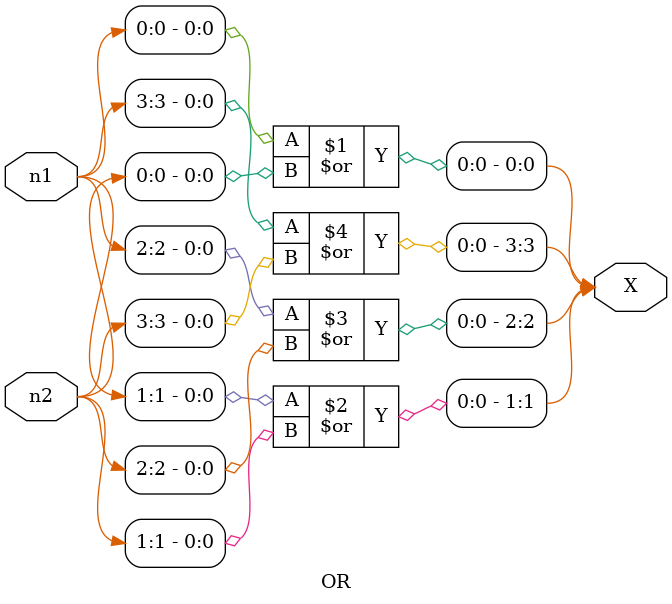
<source format=v>
module OR(n1,n2,X);

//---Define Inputs---//
input [3:0] n1;
input [3:0] n2;

//---Define Outputs---//
output [3:0] X;

//---Input&Output datatype---//
wire [3:0] n1;
wire [3:0] X;
wire [3:0] n2;

or(X[0],n1[0],n2[0]);
or(X[1],n1[1],n2[1]);
or(X[2],n1[2],n2[2]);
or(X[3],n1[3],n2[3]);

endmodule
</source>
